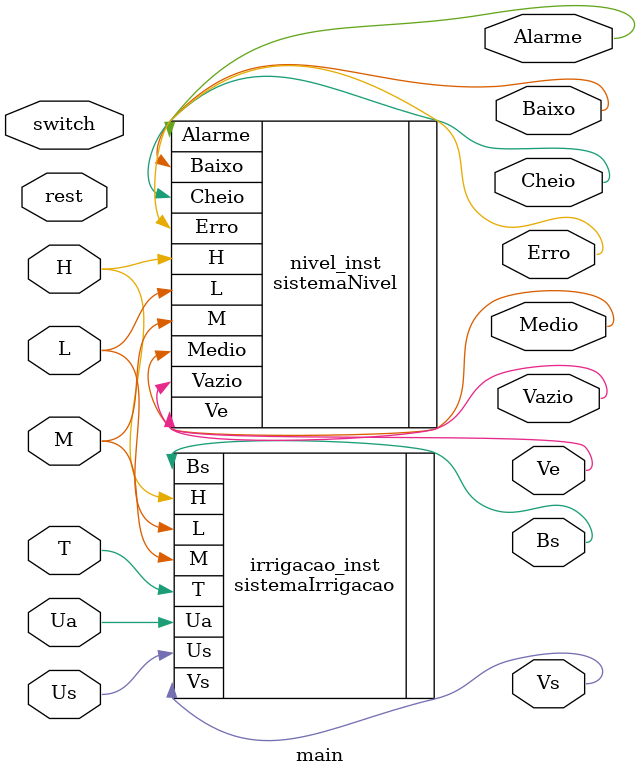
<source format=v>
module main(H, M, L, Ua, Us, T, switch, rest, Vs, Bs, Cheio, Medio, Baixo, Vazio, Erro, Alarme, Ve);

	input H, M, L, Ua, Us, T, switch, rest;
	output Vs, Bs, Cheio, Medio, Baixo, Vazio, Erro, Alarme, Ve;

	// Instancia do módulo de irrigação
	sistemaIrrigacao irrigacao_inst (.H(H), .M(M), .L(L), .Ua(Ua), .Us(Us), .T(T), .Vs(Vs), .Bs(Bs) );
	
	 // Instancia do módulo de nivel
    sistemaNivel nivel_inst (.H(H), .M(M), .L(L), .Cheio(Cheio), .Medio(Medio), .Baixo(Baixo), .Vazio(Vazio), .Erro(Erro), 
	 .Alarme(Alarme), .Ve(Ve) );
	
	
endmodule



</source>
